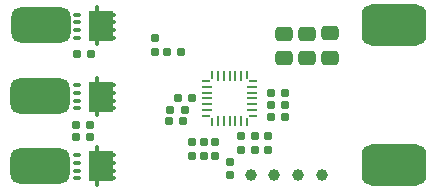
<source format=gbr>
%TF.GenerationSoftware,KiCad,Pcbnew,8.0.8*%
%TF.CreationDate,2025-04-24T20:57:55+02:00*%
%TF.ProjectId,ESC_PCB,4553435f-5043-4422-9e6b-696361645f70,rev?*%
%TF.SameCoordinates,Original*%
%TF.FileFunction,Soldermask,Bot*%
%TF.FilePolarity,Negative*%
%FSLAX46Y46*%
G04 Gerber Fmt 4.6, Leading zero omitted, Abs format (unit mm)*
G04 Created by KiCad (PCBNEW 8.0.8) date 2025-04-24 20:57:55*
%MOMM*%
%LPD*%
G01*
G04 APERTURE LIST*
G04 Aperture macros list*
%AMRoundRect*
0 Rectangle with rounded corners*
0 $1 Rounding radius*
0 $2 $3 $4 $5 $6 $7 $8 $9 X,Y pos of 4 corners*
0 Add a 4 corners polygon primitive as box body*
4,1,4,$2,$3,$4,$5,$6,$7,$8,$9,$2,$3,0*
0 Add four circle primitives for the rounded corners*
1,1,$1+$1,$2,$3*
1,1,$1+$1,$4,$5*
1,1,$1+$1,$6,$7*
1,1,$1+$1,$8,$9*
0 Add four rect primitives between the rounded corners*
20,1,$1+$1,$2,$3,$4,$5,0*
20,1,$1+$1,$4,$5,$6,$7,0*
20,1,$1+$1,$6,$7,$8,$9,0*
20,1,$1+$1,$8,$9,$2,$3,0*%
%AMOutline4P*
0 Free polygon, 4 corners , with rotation*
0 The origin of the aperture is its center*
0 number of corners: always 4*
0 $1 to $8 corner X, Y*
0 $9 Rotation angle, in degrees counterclockwise*
0 create outline with 4 corners*
4,1,4,$1,$2,$3,$4,$5,$6,$7,$8,$1,$2,$9*%
%AMFreePoly0*
4,1,14,0.364320,0.111820,0.377500,0.080000,0.377500,0.053640,0.364320,0.021820,0.230680,-0.111820,0.198860,-0.125000,-0.332500,-0.125000,-0.364320,-0.111820,-0.377500,-0.080000,-0.377500,0.080000,-0.364320,0.111820,-0.332500,0.125000,0.332500,0.125000,0.364320,0.111820,0.364320,0.111820,$1*%
%AMFreePoly1*
4,1,14,0.230680,0.111820,0.364320,-0.021820,0.377500,-0.053640,0.377500,-0.080000,0.364320,-0.111820,0.332500,-0.125000,-0.332500,-0.125000,-0.364320,-0.111820,-0.377500,-0.080000,-0.377500,0.080000,-0.364320,0.111820,-0.332500,0.125000,0.198860,0.125000,0.230680,0.111820,0.230680,0.111820,$1*%
%AMFreePoly2*
4,1,14,0.111820,0.364320,0.125000,0.332500,0.125000,-0.332500,0.111820,-0.364320,0.080000,-0.377500,0.053640,-0.377500,0.021820,-0.364320,-0.111820,-0.230680,-0.125000,-0.198860,-0.125000,0.332500,-0.111820,0.364320,-0.080000,0.377500,0.080000,0.377500,0.111820,0.364320,0.111820,0.364320,$1*%
%AMFreePoly3*
4,1,14,0.111820,0.364320,0.125000,0.332500,0.125000,-0.198860,0.111820,-0.230680,-0.021820,-0.364320,-0.053640,-0.377500,-0.080000,-0.377500,-0.111820,-0.364320,-0.125000,-0.332500,-0.125000,0.332500,-0.111820,0.364320,-0.080000,0.377500,0.080000,0.377500,0.111820,0.364320,0.111820,0.364320,$1*%
%AMFreePoly4*
4,1,14,0.364320,0.111820,0.377500,0.080000,0.377500,-0.080000,0.364320,-0.111820,0.332500,-0.125000,-0.332500,-0.125000,-0.364320,-0.111820,-0.377500,-0.080000,-0.377500,-0.053640,-0.364320,-0.021820,-0.230680,0.111820,-0.198860,0.125000,0.332500,0.125000,0.364320,0.111820,0.364320,0.111820,$1*%
%AMFreePoly5*
4,1,14,0.364320,0.111820,0.377500,0.080000,0.377500,-0.080000,0.364320,-0.111820,0.332500,-0.125000,-0.198860,-0.125000,-0.230680,-0.111820,-0.364320,0.021820,-0.377500,0.053640,-0.377500,0.080000,-0.364320,0.111820,-0.332500,0.125000,0.332500,0.125000,0.364320,0.111820,0.364320,0.111820,$1*%
%AMFreePoly6*
4,1,14,-0.021820,0.364320,0.111820,0.230680,0.125000,0.198860,0.125000,-0.332500,0.111820,-0.364320,0.080000,-0.377500,-0.080000,-0.377500,-0.111820,-0.364320,-0.125000,-0.332500,-0.125000,0.332500,-0.111820,0.364320,-0.080000,0.377500,-0.053640,0.377500,-0.021820,0.364320,-0.021820,0.364320,$1*%
%AMFreePoly7*
4,1,14,0.111820,0.364320,0.125000,0.332500,0.125000,-0.332500,0.111820,-0.364320,0.080000,-0.377500,-0.080000,-0.377500,-0.111820,-0.364320,-0.125000,-0.332500,-0.125000,0.198860,-0.111820,0.230680,0.021820,0.364320,0.053640,0.377500,0.080000,0.377500,0.111820,0.364320,0.111820,0.364320,$1*%
G04 Aperture macros list end*
%ADD10RoundRect,0.250000X-0.475000X0.337500X-0.475000X-0.337500X0.475000X-0.337500X0.475000X0.337500X0*%
%ADD11RoundRect,0.875000X1.875000X-0.875000X1.875000X0.875000X-1.875000X0.875000X-1.875000X-0.875000X0*%
%ADD12RoundRect,0.160000X0.197500X0.160000X-0.197500X0.160000X-0.197500X-0.160000X0.197500X-0.160000X0*%
%ADD13RoundRect,0.160000X-0.160000X0.197500X-0.160000X-0.197500X0.160000X-0.197500X0.160000X0.197500X0*%
%ADD14RoundRect,0.160000X-0.197500X-0.160000X0.197500X-0.160000X0.197500X0.160000X-0.197500X0.160000X0*%
%ADD15FreePoly0,90.000000*%
%ADD16RoundRect,0.062500X0.062500X-0.375000X0.062500X0.375000X-0.062500X0.375000X-0.062500X-0.375000X0*%
%ADD17FreePoly1,90.000000*%
%ADD18FreePoly2,90.000000*%
%ADD19RoundRect,0.062500X0.375000X-0.062500X0.375000X0.062500X-0.375000X0.062500X-0.375000X-0.062500X0*%
%ADD20FreePoly3,90.000000*%
%ADD21FreePoly4,90.000000*%
%ADD22FreePoly5,90.000000*%
%ADD23FreePoly6,90.000000*%
%ADD24FreePoly7,90.000000*%
%ADD25C,1.000000*%
%ADD26RoundRect,0.160000X0.160000X-0.197500X0.160000X0.197500X-0.160000X0.197500X-0.160000X-0.197500X0*%
%ADD27RoundRect,0.080000X0.420000X0.080000X-0.420000X0.080000X-0.420000X-0.080000X0.420000X-0.080000X0*%
%ADD28Outline4P,-1.245000X-1.050000X1.245000X-1.050000X1.245000X1.050000X-1.245000X1.050000X90.000000*%
%ADD29RoundRect,0.080000X0.080000X-0.220000X0.080000X0.220000X-0.080000X0.220000X-0.080000X-0.220000X0*%
%ADD30RoundRect,0.080000X0.220000X0.080000X-0.220000X0.080000X-0.220000X-0.080000X0.220000X-0.080000X0*%
%ADD31RoundRect,0.750000X1.750000X-0.750000X1.750000X0.750000X-1.750000X0.750000X-1.750000X-0.750000X0*%
%ADD32RoundRect,0.155000X-0.212500X-0.155000X0.212500X-0.155000X0.212500X0.155000X-0.212500X0.155000X0*%
%ADD33RoundRect,0.155000X-0.155000X0.212500X-0.155000X-0.212500X0.155000X-0.212500X0.155000X0.212500X0*%
%ADD34RoundRect,0.750000X-1.750000X0.750000X-1.750000X-0.750000X1.750000X-0.750000X1.750000X0.750000X0*%
G04 APERTURE END LIST*
D10*
%TO.C,C26*%
X98550000Y-46750000D03*
X98550000Y-48825000D03*
%TD*%
D11*
%TO.C,*%
X103950000Y-46050000D03*
%TD*%
D12*
%TO.C,R12*%
X78195000Y-54500000D03*
X77000000Y-54500000D03*
%TD*%
D13*
%TO.C,R2*%
X91000000Y-55402500D03*
X91000000Y-56597500D03*
%TD*%
D14*
%TO.C,R19*%
X84700000Y-48300000D03*
X85895000Y-48300000D03*
%TD*%
D15*
%TO.C,U1*%
X91500000Y-54247500D03*
D16*
X91000000Y-54187500D03*
X90500000Y-54187500D03*
X90000000Y-54187500D03*
X89500000Y-54187500D03*
X89000000Y-54187500D03*
D17*
X88500000Y-54247500D03*
D18*
X88002500Y-53750000D03*
D19*
X88062500Y-53250000D03*
X88062500Y-52750000D03*
X88062500Y-52250000D03*
X88062500Y-51750000D03*
X88062500Y-51250000D03*
D20*
X88002500Y-50750000D03*
D21*
X88500000Y-50252500D03*
D16*
X89000000Y-50312500D03*
X89500000Y-50312500D03*
X90000000Y-50312500D03*
X90500000Y-50312500D03*
X91000000Y-50312500D03*
D22*
X91500000Y-50252500D03*
D23*
X91997500Y-50750000D03*
D19*
X91937500Y-51250000D03*
X91937500Y-51750000D03*
X91937500Y-52250000D03*
X91937500Y-52750000D03*
X91937500Y-53250000D03*
D24*
X91997500Y-53750000D03*
%TD*%
D12*
%TO.C,R8*%
X94697500Y-51800000D03*
X93502500Y-51800000D03*
%TD*%
D14*
%TO.C,R5*%
X85000000Y-53200000D03*
X86195000Y-53200000D03*
%TD*%
%TO.C,R9*%
X93500000Y-52800000D03*
X94695000Y-52800000D03*
%TD*%
D25*
%TO.C,TP3*%
X93800000Y-58700000D03*
%TD*%
D10*
%TO.C,C25*%
X96550000Y-46767500D03*
X96550000Y-48842500D03*
%TD*%
D26*
%TO.C,R1*%
X87800000Y-57097500D03*
X87800000Y-55902500D03*
%TD*%
D12*
%TO.C,R6*%
X86797500Y-52200000D03*
X85602500Y-52200000D03*
%TD*%
D27*
%TO.C,Q1*%
X79900000Y-59000000D03*
X79900000Y-58350000D03*
X79900000Y-57700000D03*
X79900000Y-57050000D03*
D28*
X79100000Y-58000000D03*
D29*
X78750000Y-59400000D03*
X78750000Y-56550000D03*
D30*
X77050000Y-57050000D03*
X77050000Y-59000000D03*
X77050000Y-58350000D03*
X77050000Y-57700000D03*
%TD*%
D10*
%TO.C,C24*%
X94580000Y-46767500D03*
X94580000Y-48842500D03*
%TD*%
D31*
%TO.C,*%
X73950000Y-57940000D03*
%TD*%
D11*
%TO.C,*%
X103950000Y-57900000D03*
%TD*%
D31*
%TO.C,*%
X74000000Y-46000000D03*
%TD*%
D27*
%TO.C,Q2*%
X79900000Y-47100000D03*
X79900000Y-46450000D03*
X79900000Y-45800000D03*
X79900000Y-45150000D03*
D28*
X79100000Y-46100000D03*
D29*
X78750000Y-47500000D03*
X78750000Y-44650000D03*
D30*
X77050000Y-45150000D03*
X77050000Y-47100000D03*
X77050000Y-46450000D03*
X77050000Y-45800000D03*
%TD*%
D32*
%TO.C,C6*%
X92132500Y-55400000D03*
X93267500Y-55400000D03*
%TD*%
D25*
%TO.C,TP2*%
X95800000Y-58700000D03*
%TD*%
%TO.C,TP4*%
X91800000Y-58700000D03*
%TD*%
D33*
%TO.C,C5*%
X90000000Y-57632500D03*
X90000000Y-58767500D03*
%TD*%
D27*
%TO.C,Q3*%
X79900000Y-53100000D03*
X79900000Y-52450000D03*
X79900000Y-51800000D03*
X79900000Y-51150000D03*
D28*
X79100000Y-52100000D03*
D29*
X78750000Y-53500000D03*
X78750000Y-50650000D03*
D30*
X77050000Y-51150000D03*
X77050000Y-53100000D03*
X77050000Y-52450000D03*
X77050000Y-51800000D03*
%TD*%
D32*
%TO.C,C7*%
X92132500Y-56600000D03*
X93267500Y-56600000D03*
%TD*%
D12*
%TO.C,R16*%
X78197500Y-55500000D03*
X77002500Y-55500000D03*
%TD*%
D13*
%TO.C,R18*%
X83700000Y-47105000D03*
X83700000Y-48300000D03*
%TD*%
D26*
%TO.C,R3*%
X88800000Y-57100000D03*
X88800000Y-55905000D03*
%TD*%
D34*
%TO.C,*%
X73950000Y-52050000D03*
%TD*%
D25*
%TO.C,TP1*%
X97800000Y-58700000D03*
%TD*%
D13*
%TO.C,R4*%
X86800000Y-55902500D03*
X86800000Y-57097500D03*
%TD*%
D12*
%TO.C,R14*%
X78297500Y-48500000D03*
X77102500Y-48500000D03*
%TD*%
%TO.C,R10*%
X94697500Y-53800000D03*
X93502500Y-53800000D03*
%TD*%
D14*
%TO.C,R7*%
X84902500Y-54200000D03*
X86097500Y-54200000D03*
%TD*%
M02*

</source>
